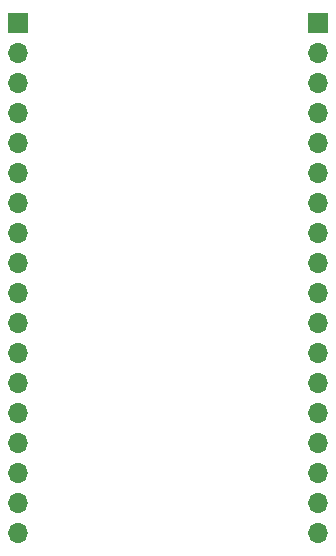
<source format=gbr>
%TF.GenerationSoftware,KiCad,Pcbnew,7.0.8*%
%TF.CreationDate,2023-11-05T01:10:31+09:00*%
%TF.ProjectId,BBM-RP2040,42424d2d-5250-4323-9034-302e6b696361,rev?*%
%TF.SameCoordinates,Original*%
%TF.FileFunction,Soldermask,Bot*%
%TF.FilePolarity,Negative*%
%FSLAX46Y46*%
G04 Gerber Fmt 4.6, Leading zero omitted, Abs format (unit mm)*
G04 Created by KiCad (PCBNEW 7.0.8) date 2023-11-05 01:10:31*
%MOMM*%
%LPD*%
G01*
G04 APERTURE LIST*
%ADD10R,1.700000X1.700000*%
%ADD11O,1.700000X1.700000*%
G04 APERTURE END LIST*
D10*
%TO.C,J2*%
X182880000Y-66040000D03*
D11*
X182880000Y-68580000D03*
X182880000Y-71120000D03*
X182880000Y-73660000D03*
X182880000Y-76200000D03*
X182880000Y-78740000D03*
X182880000Y-81280000D03*
X182880000Y-83820000D03*
X182880000Y-86360000D03*
X182880000Y-88900000D03*
X182880000Y-91440000D03*
X182880000Y-93980000D03*
X182880000Y-96520000D03*
X182880000Y-99060000D03*
X182880000Y-101600000D03*
X182880000Y-104140000D03*
X182880000Y-106680000D03*
X182880000Y-109220000D03*
%TD*%
D10*
%TO.C,J3*%
X157480000Y-66040000D03*
D11*
X157480000Y-68580000D03*
X157480000Y-71120000D03*
X157480000Y-73660000D03*
X157480000Y-76200000D03*
X157480000Y-78740000D03*
X157480000Y-81280000D03*
X157480000Y-83820000D03*
X157480000Y-86360000D03*
X157480000Y-88900000D03*
X157480000Y-91440000D03*
X157480000Y-93980000D03*
X157480000Y-96520000D03*
X157480000Y-99060000D03*
X157480000Y-101600000D03*
X157480000Y-104140000D03*
X157480000Y-106680000D03*
X157480000Y-109220000D03*
%TD*%
M02*

</source>
